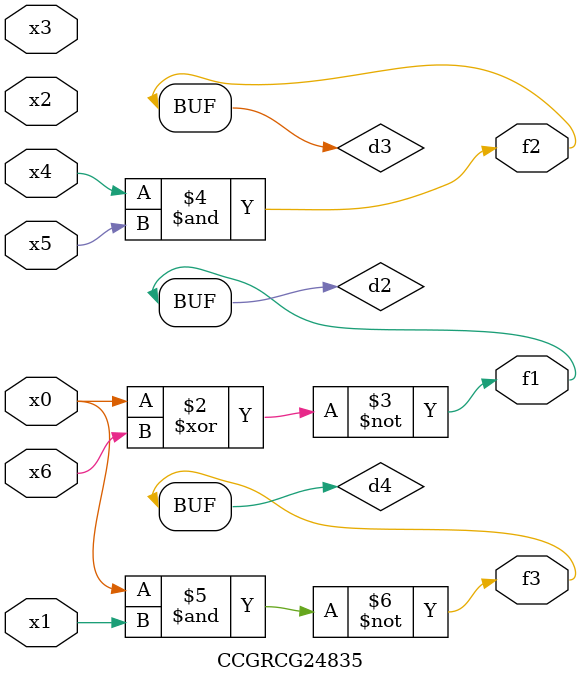
<source format=v>
module CCGRCG24835(
	input x0, x1, x2, x3, x4, x5, x6,
	output f1, f2, f3
);

	wire d1, d2, d3, d4;

	nor (d1, x0);
	xnor (d2, x0, x6);
	and (d3, x4, x5);
	nand (d4, x0, x1);
	assign f1 = d2;
	assign f2 = d3;
	assign f3 = d4;
endmodule

</source>
